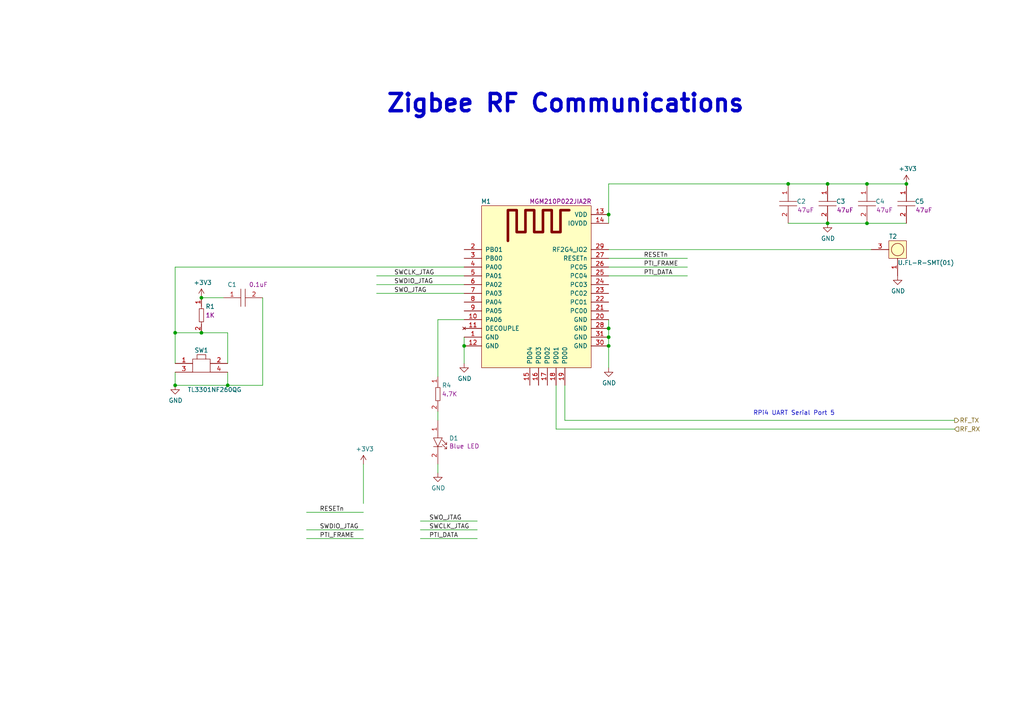
<source format=kicad_sch>
(kicad_sch (version 20231120) (generator "eeschema") (generator_version "8.0")
  (paper "A4")
  (lib_symbols
    (symbol "agricoltura-madre-rpi4-hat-rescue:+3.3V-power" (power) (pin_names (offset 0))
      (property "Value" "power_+3.3V" (at 0 3.556 0))
      (symbol "+3.3V-power_0_1"
        (polyline (pts (xy -0.762 1.27) (xy 0 2.54)))
        (polyline (pts (xy 0 0) (xy 0 2.54)))
        (polyline (pts (xy 0 2.54) (xy 0.762 1.27)))
      )
      (symbol "+3.3V-power_1_1"
        (pin power_in line (at 0 0 90) (length 0) hide (name "+3V3") (number "1"))
      )
    )
    (symbol "agricoltura-madre-rpi4-hat-rescue:GND-power" (power) (pin_names (offset 0))
      (property "Value" "power_GND" (at 0 -3.81 0))
      (symbol "GND-power_0_1"
        (polyline (pts (xy 0 0) (xy 0 -1.27) (xy 1.27 -1.27) (xy 0 -2.54) (xy -1.27 -1.27) (xy 0 -1.27)))
      )
      (symbol "GND-power_1_1"
        (pin power_in line (at 0 0 270) (length 0) hide (name "GND") (number "1"))
      )
    )
    (symbol "agricoltura-madre-rpi4-hat-rescue:GRM155R71E104KE14J-growbox-KiCAD-Capacitors" (pin_names (offset 1.016))
      (property "Reference" "C" (at -2.54 2.54 0))
      (property "_Value_" "0.1uF" (at 58.42 63.5 0))
      (symbol "GRM155R71E104KE14J-growbox-KiCAD-Capacitors_1_1"
        (polyline (pts (xy 0 2.54) (xy 0 -2.54)))
        (polyline (pts (xy 1.27 2.54) (xy 1.27 -2.54)))
        (pin input line (at -5.08 0 0) (length 5.08) (name "~") (number "1"))
        (pin input line (at 6.35 0 180) (length 5.08) (name "~") (number "2"))
      )
    )
    (symbol "agricoltura-madre-rpi4-hat-rescue:GRM188R60J476ME15D-growbox-KiCAD-Capacitors" (pin_names (offset 1.016))
      (property "Reference" "C" (at -2.54 2.54 0))
      (property "_Value_" "47uF" (at 58.42 63.5 0))
      (symbol "GRM188R60J476ME15D-growbox-KiCAD-Capacitors_1_1"
        (polyline (pts (xy 0 2.54) (xy 0 -2.54)))
        (polyline (pts (xy 1.27 2.54) (xy 1.27 -2.54)))
        (pin input line (at -5.08 0 0) (length 5.08) (name "~") (number "1"))
        (pin input line (at 6.35 0 180) (length 5.08) (name "~") (number "2"))
      )
    )
    (symbol "agricoltura-madre-rpi4-hat-rescue:LTST-C194TBKT-growbox-KiCAD-Diodes" (pin_names (offset 1.016))
      (property "Reference" "D" (at -2.54 2.54 0))
      (property "_Value_" "Blue LED" (at 58.42 63.5 0))
      (symbol "LTST-C194TBKT-growbox-KiCAD-Diodes_0_1"
        (polyline (pts (xy -0.635 1.27) (xy 0.635 2.54)))
        (polyline (pts (xy 0.635 2.54) (xy 0 2.54)))
        (polyline (pts (xy 0.635 2.54) (xy 0.635 1.905)))
        (polyline (pts (xy 1.27 -1.27) (xy 1.27 1.27)))
        (polyline (pts (xy 1.905 2.54) (xy 1.905 1.905)))
        (polyline (pts (xy 0.635 1.27) (xy 1.905 2.54) (xy 1.27 2.54)))
        (polyline (pts (xy -1.27 1.27) (xy -1.27 -1.27) (xy 1.27 0) (xy -1.27 1.27)))
      )
      (symbol "LTST-C194TBKT-growbox-KiCAD-Diodes_1_1"
        (pin passive line (at -6.35 0 0) (length 5.08) (name "~") (number "1"))
        (pin passive line (at 6.35 0 180) (length 5.08) (name "~") (number "2"))
      )
    )
    (symbol "agricoltura-madre-rpi4-hat-rescue:MGM210P022JIA2R-growbox-KiCAD-Modules" (pin_names (offset 1.016))
      (property "Reference" "M" (at 1.27 1.27 0))
      (property "_Value_" "MGM210P022JIA2R" (at 58.42 63.5 0))
      (symbol "MGM210P022JIA2R-growbox-KiCAD-Modules_1_1"
        (polyline (pts (xy 7.62 -10.16) (xy 7.62 -1.27) (xy 10.16 -1.27) (xy 10.16 -7.62) (xy 12.7 -7.62) (xy 12.7 -1.27) (xy 15.24 -1.27) (xy 15.24 -7.62) (xy 17.78 -7.62) (xy 17.78 -1.27) (xy 20.32 -1.27) (xy 20.32 -7.62) (xy 22.86 -7.62) (xy 22.86 -1.27) (xy 25.4 -1.27)) (stroke (width 0.762)))
        (rectangle (start 0 0) (end 31.75 -46.99) (fill (type background)))
        (pin passive line (at -5.08 -38.1 0) (length 5.08) (name "GND") (number "1"))
        (pin bidirectional line (at -5.08 -33.02 0) (length 5.08) (name "PA06") (number "10"))
        (pin no_connect line (at -5.08 -35.56 0) (length 5.08) (name "DECOUPLE") (number "11"))
        (pin passive line (at -5.08 -40.64 0) (length 5.08) (name "GND") (number "12"))
        (pin power_in line (at 36.83 -2.54 180) (length 5.08) (name "VDD") (number "13"))
        (pin power_in line (at 36.83 -5.08 180) (length 5.08) (name "IOVDD") (number "14"))
        (pin bidirectional line (at 13.97 -52.07 90) (length 5.08) (name "PD04") (number "15"))
        (pin bidirectional line (at 16.51 -52.07 90) (length 5.08) (name "PD03") (number "16"))
        (pin bidirectional line (at 19.05 -52.07 90) (length 5.08) (name "PD02") (number "17"))
        (pin bidirectional line (at 21.59 -52.07 90) (length 5.08) (name "PD01") (number "18"))
        (pin bidirectional line (at 24.13 -52.07 90) (length 5.08) (name "PD00") (number "19"))
        (pin bidirectional line (at -5.08 -12.7 0) (length 5.08) (name "PB01") (number "2"))
        (pin bidirectional line (at 36.83 -33.02 180) (length 5.08) (name "GND") (number "20"))
        (pin bidirectional line (at 36.83 -30.48 180) (length 5.08) (name "PC00") (number "21"))
        (pin bidirectional line (at 36.83 -27.94 180) (length 5.08) (name "PC01") (number "22"))
        (pin bidirectional line (at 36.83 -25.4 180) (length 5.08) (name "PC02") (number "23"))
        (pin bidirectional line (at 36.83 -22.86 180) (length 5.08) (name "PC03") (number "24"))
        (pin bidirectional line (at 36.83 -20.32 180) (length 5.08) (name "PC04") (number "25"))
        (pin bidirectional line (at 36.83 -17.78 180) (length 5.08) (name "PC05") (number "26"))
        (pin input line (at 36.83 -15.24 180) (length 5.08) (name "RESETn") (number "27"))
        (pin passive line (at 36.83 -35.56 180) (length 5.08) (name "GND") (number "28"))
        (pin bidirectional line (at 36.83 -12.7 180) (length 5.08) (name "RF2G4_IO2") (number "29"))
        (pin bidirectional line (at -5.08 -15.24 0) (length 5.08) (name "PB00") (number "3"))
        (pin passive line (at 36.83 -40.64 180) (length 5.08) (name "GND") (number "30"))
        (pin passive line (at 36.83 -38.1 180) (length 5.08) (name "GND") (number "31"))
        (pin bidirectional line (at -5.08 -17.78 0) (length 5.08) (name "PA00") (number "4"))
        (pin bidirectional line (at -5.08 -20.32 0) (length 5.08) (name "PA01") (number "5"))
        (pin bidirectional line (at -5.08 -22.86 0) (length 5.08) (name "PA02") (number "6"))
        (pin bidirectional line (at -5.08 -25.4 0) (length 5.08) (name "PA03") (number "7"))
        (pin bidirectional line (at -5.08 -27.94 0) (length 5.08) (name "PA04") (number "8"))
        (pin bidirectional line (at -5.08 -30.48 0) (length 5.08) (name "PA05") (number "9"))
      )
    )
    (symbol "agricoltura-madre-rpi4-hat-rescue:RC0402FR-071KL-growbox-KiCAD-Resistors" (pin_names (offset 1.016))
      (property "Reference" "R" (at -2.54 2.54 0))
      (property "Value" "growbox-KiCAD-Resistors_RC0402FR-071KL" (at 1.27 5.08 0))
      (property "_Value_" "1K" (at 58.42 63.5 0))
      (symbol "RC0402FR-071KL-growbox-KiCAD-Resistors_0_1"
        (rectangle (start -1.905 0.635) (end 1.905 -0.635))
        (polyline (pts (xy -2.54 0) (xy -1.905 0)))
        (polyline (pts (xy -1.905 0) (xy -1.905 0)))
        (polyline (pts (xy 1.905 0) (xy 1.905 0)))
        (polyline (pts (xy 2.54 0) (xy 1.905 0)))
      )
      (symbol "RC0402FR-071KL-growbox-KiCAD-Resistors_1_1"
        (pin passive line (at -5.08 0 0) (length 2.5146) (name "~") (number "1"))
        (pin passive line (at 5.08 0 180) (length 2.5146) (name "~") (number "2"))
      )
    )
    (symbol "agricoltura-madre-rpi4-hat-rescue:RC0402FR-074K7L-growbox-KiCAD-Resistors" (pin_names (offset 1.016))
      (property "Reference" "R" (at -2.54 2.54 0))
      (property "Value" "growbox-KiCAD-Resistors_RC0402FR-074K7L" (at 1.27 5.08 0))
      (property "_Value_" "4.7K" (at 58.42 63.5 0))
      (symbol "RC0402FR-074K7L-growbox-KiCAD-Resistors_0_1"
        (rectangle (start -1.905 0.635) (end 1.905 -0.635))
        (polyline (pts (xy -2.54 0) (xy -1.905 0)))
        (polyline (pts (xy -1.905 0) (xy -1.905 0)))
        (polyline (pts (xy 1.905 0) (xy 1.905 0)))
        (polyline (pts (xy 2.54 0) (xy 1.905 0)))
      )
      (symbol "RC0402FR-074K7L-growbox-KiCAD-Resistors_1_1"
        (pin passive line (at -5.08 0 0) (length 2.5146) (name "~") (number "1"))
        (pin passive line (at 5.08 0 180) (length 2.5146) (name "~") (number "2"))
      )
    )
    (symbol "agricoltura-madre-rpi4-hat-rescue:TL3301NF260QG-growbox-KiCAD-Mechanical-Switches" (pin_names (offset 1.016))
      (property "Reference" "SW" (at -2.54 2.54 0))
      (property "Value" "growbox-KiCAD-Mechanical-Switches_TL3301NF260QG" (at 1.27 5.08 0))
      (symbol "TL3301NF260QG-growbox-KiCAD-Mechanical-Switches_0_1"
        (rectangle (start -2.54 1.27) (end 2.54 -2.54))
      )
      (symbol "TL3301NF260QG-growbox-KiCAD-Mechanical-Switches_1_1"
        (polyline (pts (xy -1.27 1.27) (xy -1.27 2.54) (xy 1.27 2.54) (xy 1.27 1.27)))
        (pin passive line (at -7.62 0 0) (length 5.08) (name "~") (number "1"))
        (pin passive line (at 7.62 0 180) (length 5.08) (name "~") (number "2"))
        (pin passive line (at -7.62 -2.54 0) (length 5.08) (name "~") (number "3"))
        (pin passive line (at 7.62 -2.54 180) (length 5.08) (name "~") (number "4"))
      )
    )
    (symbol "agricoltura-madre-rpi4-hat-rescue:U.FL-R-SMT(01)-growbox-KiCAD-Connectors" (pin_names (offset 1.016))
      (property "Reference" "T" (at -2.54 2.54 0))
      (property "Value" "growbox-KiCAD-Connectors_U.FL-R-SMT(01)" (at 1.27 5.08 0))
      (symbol "U.FL-R-SMT(01)-growbox-KiCAD-Connectors_0_1"
        (rectangle (start 0 0) (end 5.08 -5.08) (fill (type background)))
        (circle (center 2.54 -2.54) (radius 1.8034))
      )
      (symbol "U.FL-R-SMT(01)-growbox-KiCAD-Connectors_1_1"
        (pin passive line (at 2.54 -10.16 90) (length 5.08) (name "~") (number "1"))
        (pin input line (at -5.08 -2.54 0) (length 5.08) (name "~") (number "3"))
      )
    )
  )
  (junction (at 228.6 53.34))
  (junction (at 262.89 53.34))
  (junction (at 176.53 100.33))
  (junction (at 58.42 96.52))
  (junction (at 251.46 53.34))
  (junction (at 240.03 64.77))
  (junction (at 240.03 53.34))
  (junction (at 251.46 64.77))
  (junction (at 58.42 86.36))
  (junction (at 176.53 95.25))
  (junction (at 50.8 96.52))
  (junction (at 176.53 97.79))
  (junction (at 134.62 100.33))
  (junction (at 50.8 111.76))
  (junction (at 66.04 111.76))
  (junction (at 176.53 62.23))
  (wire (pts (xy 127 92.71) (xy 127 109.22)))
  (wire (pts (xy 134.62 92.71) (xy 127 92.71)))
  (wire (pts (xy 50.8 111.76) (xy 66.04 111.76)))
  (wire (pts (xy 176.53 74.93) (xy 199.39 74.93)))
  (wire (pts (xy 76.2 111.76) (xy 66.04 111.76)))
  (wire (pts (xy 105.41 153.67) (xy 88.9 153.67)))
  (wire (pts (xy 134.62 80.01) (xy 109.22 80.01)))
  (wire (pts (xy 105.41 148.59) (xy 88.9 148.59)))
  (wire (pts (xy 161.29 124.46) (xy 161.29 111.76)))
  (wire (pts (xy 176.53 53.34) (xy 176.53 62.23)))
  (wire (pts (xy 163.83 121.92) (xy 276.86 121.92)))
  (wire (pts (xy 138.43 156.21) (xy 121.92 156.21)))
  (wire (pts (xy 138.43 151.13) (xy 121.92 151.13)))
  (wire (pts (xy 127 119.38) (xy 127 121.92)))
  (wire (pts (xy 276.86 124.46) (xy 161.29 124.46)))
  (wire (pts (xy 176.53 95.25) (xy 176.53 97.79)))
  (wire (pts (xy 228.6 64.77) (xy 240.03 64.77)))
  (wire (pts (xy 50.8 77.47) (xy 50.8 96.52)))
  (wire (pts (xy 134.62 100.33) (xy 134.62 105.41)))
  (wire (pts (xy 66.04 105.41) (xy 66.04 96.52)))
  (wire (pts (xy 240.03 53.34) (xy 228.6 53.34)))
  (wire (pts (xy 176.53 100.33) (xy 176.53 106.68)))
  (wire (pts (xy 121.92 153.67) (xy 138.43 153.67)))
  (wire (pts (xy 64.77 86.36) (xy 58.42 86.36)))
  (wire (pts (xy 134.62 82.55) (xy 109.22 82.55)))
  (wire (pts (xy 176.53 62.23) (xy 176.53 64.77)))
  (wire (pts (xy 127 137.16) (xy 127 134.62)))
  (wire (pts (xy 176.53 80.01) (xy 199.39 80.01)))
  (wire (pts (xy 105.41 156.21) (xy 88.9 156.21)))
  (wire (pts (xy 105.41 146.05) (xy 105.41 134.62)))
  (wire (pts (xy 251.46 64.77) (xy 262.89 64.77)))
  (wire (pts (xy 176.53 72.39) (xy 252.73 72.39)))
  (wire (pts (xy 134.62 97.79) (xy 134.62 100.33)))
  (wire (pts (xy 240.03 64.77) (xy 251.46 64.77)))
  (wire (pts (xy 76.2 86.36) (xy 76.2 111.76)))
  (wire (pts (xy 228.6 53.34) (xy 176.53 53.34)))
  (wire (pts (xy 50.8 96.52) (xy 50.8 105.41)))
  (wire (pts (xy 176.53 97.79) (xy 176.53 100.33)))
  (wire (pts (xy 66.04 96.52) (xy 58.42 96.52)))
  (wire (pts (xy 262.89 53.34) (xy 251.46 53.34)))
  (wire (pts (xy 176.53 92.71) (xy 176.53 95.25)))
  (wire (pts (xy 134.62 85.09) (xy 109.22 85.09)))
  (wire (pts (xy 134.62 77.47) (xy 50.8 77.47)))
  (wire (pts (xy 58.42 96.52) (xy 50.8 96.52)))
  (wire (pts (xy 176.53 77.47) (xy 199.39 77.47)))
  (wire (pts (xy 50.8 107.95) (xy 50.8 111.76)))
  (wire (pts (xy 251.46 53.34) (xy 240.03 53.34)))
  (wire (pts (xy 163.83 111.76) (xy 163.83 121.92)))
  (wire (pts (xy 66.04 111.76) (xy 66.04 107.95)))
  (text "Zigbee RF Communications " (at 111.76 33.02 0) (effects (font (size 5.0038 5.0038) (thickness 1.0008) (bold yes)) (justify left bottom)))
  (text "RPi4 UART Serial Port 5" (at 218.44 120.65 0) (effects (font (size 1.27 1.27)) (justify left bottom)))
  (label "PTI_DATA" (at 186.69 80.01 0))
  (label "SWO_JTAG" (at 114.3 85.09 0))
  (label "SWDIO_JTAG" (at 114.3 82.55 0))
  (label "PTI_FRAME" (at 92.71 156.21 0))
  (label "SWO_JTAG" (at 124.46 151.13 0))
  (label "SWCLK_JTAG" (at 124.46 153.67 0))
  (label "SWCLK_JTAG" (at 114.3 80.01 0))
  (label "SWDIO_JTAG" (at 92.71 153.67 0))
  (label "PTI_FRAME" (at 186.69 77.47 0))
  (label "PTI_DATA" (at 124.46 156.21 0))
  (label "RESETn" (at 92.71 148.59 0))
  (label "RESETn" (at 186.69 74.93 0))
  (hierarchical_label "RF_TX" (shape output) (at 276.86 121.92 0))
  (hierarchical_label "RF_RX" (shape input) (at 276.86 124.46 0))
  (symbol (lib_id "agricoltura-madre-rpi4-hat-rescue:MGM210P022JIA2R-growbox-KiCAD-Modules") (at 139.7 59.69 0) (unit 1)
    (property "Reference" "M1" (at 140.97 58.42 0))
    (property "Value" "MGM210P022JIA2R" (effects (hide yes)))
    (property "Footprint" "growbox-KiCAD-Modules:MGM210P022JIA2R" (effects (hide yes)))
    (property "Datasheet" "https://www.silabs.com/documents/public/data-sheets/mgm210p-datasheet.pdf" (effects (hide yes)))
    (property "Cost QTY: 1" "*" (effects (hide yes)))
    (property "Cost QTY: 1000" "6.89302" (effects (hide yes)))
    (property "Cost QTY: 2500" "*" (effects (hide yes)))
    (property "Cost QTY: 5000" "*" (effects (hide yes)))
    (property "Cost QTY: 10000" "*" (effects (hide yes)))
    (property "MFR" "Silicon Labs" (effects (hide yes)))
    (property "MFR#" "MGM210P022JIA2R" (effects (hide yes)))
    (property "Vendor" "Digikey" (effects (hide yes)))
    (property "Vendor #" "336-6189-2-ND" (effects (hide yes)))
    (property "Designer" "AVR" (effects (hide yes)))
    (property "Height" "2.15mm" (effects (hide yes)))
    (property "Date Created" "2/26/2020" (effects (hide yes)))
    (property "Date Modified" "2/26/2020" (effects (hide yes)))
    (property "Lead-Free ?" "yes" (effects (hide yes)))
    (property "RoHS Levels" "1" (effects (hide yes)))
    (property "Mounting" "SMT" (effects (hide yes)))
    (property "Pin Count #" "31" (effects (hide yes)))
    (property "Status" "Active" (effects (hide yes)))
    (property "Tolerance" "*" (effects (hide yes)))
    (property "Type" "RF System On Module" (effects (hide yes)))
    (property "Voltage" "1.8V-3.8V" (effects (hide yes)))
    (property "Package" "Proprietary" (effects (hide yes)))
    (property "Description" "802.15.4, Bluetooth Bluetooth v5.1, Thread, Zigbee® Transceiver Module 2.4GHz ~ 2.4835GHz Integrated, Chip Surface Mount" (effects (hide yes)))
    (property "_Value_" "MGM210P022JIA2R" (at 162.56 58.42 0))
    (property "Management_ID" "*" (effects (hide yes)))
    (instances (project "agricoltura-madre-rpi4-hat" (path "" (reference "M1") (unit 1)) (path "" (reference "M?") (unit 1))))
  )
  (symbol (lib_id "agricoltura-madre-rpi4-hat-rescue:U.FL-R-SMT(01)-growbox-KiCAD-Connectors") (at 257.81 69.85 0) (unit 1)
    (property "Reference" "T2" (at 257.81 68.58 0) (effects (justify left)))
    (property "Value" "U.FL-R-SMT(01)" (at 260.35 76.2 0) (effects (justify left)))
    (property "Footprint" "growbox-KiCAD-Connectors:HRS_U.FL-R-SMT" (effects (hide yes)))
    (property "Datasheet" "https://media.digikey.com/pdf/Data%20Sheets/Hirose%20PDFs/UFL%20Series.pdf" (effects (hide yes)))
    (property "Cost QTY: 1" "1.28000" (effects (hide yes)))
    (property "Cost QTY: 2500" "0.63800" (effects (hide yes)))
    (property "Cost QTY: 5000" "0.57400" (effects (hide yes)))
    (property "Cost QTY: 10000" "*" (effects (hide yes)))
    (property "MFR" "Hirose Electric Co Ltd" (effects (hide yes)))
    (property "MFR#" "U.FL-R-SMT(01)" (effects (hide yes)))
    (property "Vendor" "Digikey" (effects (hide yes)))
    (property "Vendor #" "H9161-ND" (effects (hide yes)))
    (property "Designer" "AVR" (effects (hide yes)))
    (property "Height" "1.25mm" (effects (hide yes)))
    (property "Date Created" "3/6/2019" (effects (hide yes)))
    (property "Date Modified" "3/6/2019" (effects (hide yes)))
    (property "Lead-Free ?" "Yes" (effects (hide yes)))
    (property "RoHS Levels" "1" (effects (hide yes)))
    (property "Mounting" "SMT" (effects (hide yes)))
    (property "Pin Count #" "3" (effects (hide yes)))
    (property "Status" "Active" (effects (hide yes)))
    (property "Tolerance" "*" (effects (hide yes)))
    (property "Type" "UFL Connector" (effects (hide yes)))
    (property "Voltage" "3.3V" (effects (hide yes)))
    (property "Package" "*" (effects (hide yes)))
    (property "Description" "U.FL (UMCC) Connector Receptacle, Male Pin 50Ohm Surface Mount Solder" (effects (hide yes)))
    (property "_Value_" "U.FL-R-SMT(01)" (effects (hide yes)))
    (property "Management_ID" "*" (effects (hide yes)))
    (instances (project "agricoltura-madre-rpi4-hat" (path "" (reference "T2") (unit 1)) (path "" (reference "T?") (unit 1))))
  )
  (symbol (lib_id "agricoltura-madre-rpi4-hat-rescue:TL3301NF260QG-growbox-KiCAD-Mechanical-Switches") (at 58.42 105.41 0) (unit 1)
    (property "Reference" "SW1" (at 58.42 101.6 0))
    (property "Value" "TL3301NF260QG" (at 62.23 113.03 0))
    (property "Footprint" "growbox-KiCAD-Mechanical-Switches:TL3301NF260QG" (effects (hide yes)))
    (property "Datasheet" "http://spec_sheets.e-switch.com/specs/P010517.pdf" (effects (hide yes)))
    (property "Cost QTY: 1" "0.38000" (effects (hide yes)))
    (property "Cost QTY: 1000" "*" (effects (hide yes)))
    (property "Cost QTY: 2500" "*" (effects (hide yes)))
    (property "Cost QTY: 5000" "*" (effects (hide yes)))
    (property "Cost QTY: 10000" "*" (effects (hide yes)))
    (property "MFR" "E-Switch" (effects (hide yes)))
    (property "MFR#" "TL3301NF260QG" (effects (hide yes)))
    (property "Vendor" "Digikey" (effects (hide yes)))
    (property "Vendor #" "EG1868TR-ND" (effects (hide yes)))
    (property "Designer" "AVR" (effects (hide yes)))
    (property "Height" "4.4mm" (effects (hide yes)))
    (property "Date Created" "2/28/2020" (effects (hide yes)))
    (property "Date Modified" "2/28/2020" (effects (hide yes)))
    (property "Lead-Free ?" "Yes" (effects (hide yes)))
    (property "RoHS Levels" "1" (effects (hide yes)))
    (property "Mounting" "SMT" (effects (hide yes)))
    (property "Pin Count #" "4" (effects (hide yes)))
    (property "Status" "Active" (effects (hide yes)))
    (property "Tolerance" "*" (effects (hide yes)))
    (property "Type" "Mechanical Momentary Switch " (effects (hide yes)))
    (property "Voltage" "12VDC" (effects (hide yes)))
    (property "Package" "Proprietary" (effects (hide yes)))
    (property "Description" "Tactile Switch SPST-NO Top Actuated Surface Mount" (effects (hide yes)))
    (property "_Value_" "TL3301NF260QG" (effects (hide yes)))
    (property "Management_ID" "*" (effects (hide yes)))
    (instances (project "agricoltura-madre-rpi4-hat" (path "" (reference "SW1") (unit 1)) (path "" (reference "SW?") (unit 1))))
  )
  (symbol (lib_id "agricoltura-madre-rpi4-hat-rescue:GRM155R71E104KE14J-growbox-KiCAD-Capacitors") (at 69.85 86.36 0) (unit 1)
    (property "Reference" "C1" (at 67.31 82.55 0))
    (property "Value" "GRM155R71E104KE14J" (effects (hide yes)))
    (property "Footprint" "growbox-KiCAD-Capacitors:C0402" (effects (hide yes)))
    (property "Datasheet" "https://search.murata.co.jp/Ceramy/image/img/A01X/G101/ENG/GRM155R71E104KE14-01.pdf" (effects (hide yes)))
    (property "Cost QTY: 1" "0.10000" (effects (hide yes)))
    (property "Cost QTY: 1000" "0.00941" (effects (hide yes)))
    (property "Cost QTY: 2500" "0.00855" (effects (hide yes)))
    (property "Cost QTY: 5000" "0.00787" (effects (hide yes)))
    (property "Cost QTY: 10000" "*" (effects (hide yes)))
    (property "MFR" "Murata Electronics" (effects (hide yes)))
    (property "MFR#" "GRM155R71E104KE14J" (effects (hide yes)))
    (property "Vendor" "Digikey" (effects (hide yes)))
    (property "Vendor #" "490-14603-1-ND" (effects (hide yes)))
    (property "Designer" "AVR" (effects (hide yes)))
    (property "Height" "0.55mm" (effects (hide yes)))
    (property "Date Created" "2/28/2020" (effects (hide yes)))
    (property "Date Modified" "2/28/2020" (effects (hide yes)))
    (property "Lead-Free ?" "Yes" (effects (hide yes)))
    (property "RoHS Levels" "1" (effects (hide yes)))
    (property "Mounting" "SMT" (effects (hide yes)))
    (property "Pin Count #" "2" (effects (hide yes)))
    (property "Status" "Active" (effects (hide yes)))
    (property "Tolerance" "10%" (effects (hide yes)))
    (property "Type" "Ceramic Cap" (effects (hide yes)))
    (property "Voltage" "25V" (effects (hide yes)))
    (property "Package" "0402" (effects (hide yes)))
    (property "Description" "0.1µF ±10% 25V Ceramic Capacitor X7R 0402 (1005 Metric)" (effects (hide yes)))
    (property "_Value_" "0.1uF" (at 74.93 82.55 0))
    (property "Management_ID" "*" (effects (hide yes)))
    (instances (project "agricoltura-madre-rpi4-hat" (path "" (reference "C1") (unit 1)) (path "" (reference "C?") (unit 1))))
  )
  (symbol (lib_id "agricoltura-madre-rpi4-hat-rescue:GRM188R60J476ME15D-growbox-KiCAD-Capacitors") (at 228.6 58.42 270) (unit 1)
    (property "Reference" "C2" (at 232.41 58.42 90))
    (property "Value" "GRM188R60J476ME15D" (effects (hide yes)))
    (property "Footprint" "growbox-KiCAD-Capacitors:C0603" (effects (hide yes)))
    (property "Datasheet" "https://psearch.en.murata.com/capacitor/product/GRM188R60J476ME15%23.pdf" (effects (hide yes)))
    (property "Cost QTY: 1" "0.66000" (effects (hide yes)))
    (property "Cost QTY: 1000" "0.19463" (effects (hide yes)))
    (property "Cost QTY: 2500" "*" (effects (hide yes)))
    (property "Cost QTY: 5000" "0.13575" (effects (hide yes)))
    (property "Cost QTY: 10000" "0.12670" (effects (hide yes)))
    (property "MFR" "Murata Electronics" (effects (hide yes)))
    (property "MFR#" "GRM188R60J476ME15D" (effects (hide yes)))
    (property "Vendor" "Digikey" (effects (hide yes)))
    (property "Vendor #" "490-13247-6-ND" (effects (hide yes)))
    (property "Designer" "AVR" (effects (hide yes)))
    (property "Height" "1" (effects (hide yes)))
    (property "Date Created" "2/28/2020" (effects (hide yes)))
    (property "Date Modified" "2/28/2020" (effects (hide yes)))
    (property "Lead-Free ?" "Yes" (effects (hide yes)))
    (property "RoHS Levels" "1" (effects (hide yes)))
    (property "Mounting" "SMT" (effects (hide yes)))
    (property "Pin Count #" "2" (effects (hide yes)))
    (property "Status" "*" (effects (hide yes)))
    (property "Tolerance" "20%" (effects (hide yes)))
    (property "Type" "Ceramic Cap" (effects (hide yes)))
    (property "Voltage" "6.3V" (effects (hide yes)))
    (property "Package" "0603" (effects (hide yes)))
    (property "Description" "47µF ±20% 6.3V Ceramic Capacitor X5R 0603 (1608 Metric)" (effects (hide yes)))
    (property "_Value_" "47uF" (at 233.68 60.96 90))
    (property "Management_ID" "*" (effects (hide yes)))
    (instances (project "agricoltura-madre-rpi4-hat" (path "" (reference "C2") (unit 1)) (path "" (reference "C?") (unit 1))))
  )
  (symbol (lib_id "agricoltura-madre-rpi4-hat-rescue:RC0402FR-074K7L-growbox-KiCAD-Resistors") (at 127 114.3 270) (unit 1)
    (property "Reference" "R4" (at 129.54 111.76 90))
    (property "Value" "RC0402FR-074K7L" (effects (hide yes)))
    (property "Footprint" "growbox-KiCAD-Resistors:R0402" (effects (hide yes)))
    (property "Datasheet" "https://www.yageo.com/upload/media/product/productsearch/datasheet/rchip/PYu-RC_Group_51_RoHS_L_10.pdf" (effects (hide yes)))
    (property "Cost QTY: 1" "0.10000" (effects (hide yes)))
    (property "Cost QTY: 1000" "0.00289" (effects (hide yes)))
    (property "Cost QTY: 2500" "0.00251" (effects (hide yes)))
    (property "Cost QTY: 5000" "0.00207" (effects (hide yes)))
    (property "Cost QTY: 10000" "0.00163" (effects (hide yes)))
    (property "MFR" "Yageo" (effects (hide yes)))
    (property "MFR#" "RC0402FR-074K7L" (effects (hide yes)))
    (property "Vendor" "Digikey" (effects (hide yes)))
    (property "Vendor #" "311-4.7KLRCT-ND" (effects (hide yes)))
    (property "Designer" "AVR" (effects (hide yes)))
    (property "Height" "0.4mm" (effects (hide yes)))
    (property "Date Created" "12/11/2019" (effects (hide yes)))
    (property "Date Modified" "12/11/2019" (effects (hide yes)))
    (property "Lead-Free ?" "Yes" (effects (hide yes)))
    (property "RoHS Levels" "1" (effects (hide yes)))
    (property "Mounting" "SMT" (effects (hide yes)))
    (property "Pin Count #" "2" (effects (hide yes)))
    (property "Status" "Active" (effects (hide yes)))
    (property "Tolerance" "1%" (effects (hide yes)))
    (property "Type" "Thick Film Resistor" (effects (hide yes)))
    (property "Voltage" "*" (effects (hide yes)))
    (property "Package" "0402" (effects (hide yes)))
    (property "_Value_" "4.7K" (at 130.4036 114.3 90))
    (property "Management_ID" "*" (effects (hide yes)))
    (property "Description" "4.7 kOhms ±1% 0.063W, 1/16W Chip Resistor 0402 (1005 Metric) Moisture Resistant Thick Film" (effects (hide yes)))
    (instances (project "agricoltura-madre-rpi4-hat" (path "" (reference "R4") (unit 1)) (path "" (reference "R?") (unit 1))))
  )
  (symbol (lib_id "agricoltura-madre-rpi4-hat-rescue:RC0402FR-071KL-growbox-KiCAD-Resistors") (at 58.42 91.44 270) (unit 1)
    (property "Reference" "R1" (at 60.96 88.9 90))
    (property "Value" "RC0402FR-071KL" (effects (hide yes)))
    (property "Footprint" "AVR-KiCAD-Lib-Resistors:R0402" (effects (hide yes)))
    (property "Datasheet" "https://www.yageo.com/upload/media/product/productsearch/datasheet/rchip/PYu-RC_Group_51_RoHS_L_10.pdf" (effects (hide yes)))
    (property "Cost QTY: 1" "0.10000" (effects (hide yes)))
    (property "Cost QTY: 1000" "0.00289" (effects (hide yes)))
    (property "Cost QTY: 2500" "0.00251" (effects (hide yes)))
    (property "Cost QTY: 5000" "0.00207" (effects (hide yes)))
    (property "Cost QTY: 10000" "0.00163" (effects (hide yes)))
    (property "MFR" "Yageo" (effects (hide yes)))
    (property "MFR#" "RC0402FR-071KL" (effects (hide yes)))
    (property "Vendor" "Digikey" (effects (hide yes)))
    (property "Vendor #" "311-1.00KLRTR-ND" (effects (hide yes)))
    (property "Designer" "AVR" (effects (hide yes)))
    (property "Height" "0.4mm" (effects (hide yes)))
    (property "Date Created" "12/11/2019" (effects (hide yes)))
    (property "Date Modified" "12/11/2019" (effects (hide yes)))
    (property "Lead-Free ?" "Yes" (effects (hide yes)))
    (property "RoHS Levels" "1" (effects (hide yes)))
    (property "Mounting" "SMT" (effects (hide yes)))
    (property "Pin Count #" "2" (effects (hide yes)))
    (property "Status" "Active" (effects (hide yes)))
    (property "Tolerance" "1%" (effects (hide yes)))
    (property "Type" "Thick Film Resistor" (effects (hide yes)))
    (property "Voltage" "*" (effects (hide yes)))
    (property "Package" "0402" (effects (hide yes)))
    (property "_Value_" "1K" (at 60.96 91.44 90))
    (property "Management_ID" "*" (effects (hide yes)))
    (property "Description" " kOhms ±1% 0.063W, 1/16W Chip Resistor 0402 (1005 Metric) Moisture Resistant Thick Film" (effects (hide yes)))
    (instances (project "agricoltura-madre-rpi4-hat" (path "" (reference "R1") (unit 1)) (path "" (reference "R?") (unit 1))))
  )
  (symbol (lib_id "agricoltura-madre-rpi4-hat-rescue:GRM188R60J476ME15D-growbox-KiCAD-Capacitors") (at 240.03 58.42 270) (unit 1)
    (property "Reference" "C3" (at 243.84 58.42 90))
    (property "Value" "GRM188R60J476ME15D" (effects (hide yes)))
    (property "Footprint" "growbox-KiCAD-Capacitors:C0603" (effects (hide yes)))
    (property "Datasheet" "https://psearch.en.murata.com/capacitor/product/GRM188R60J476ME15%23.pdf" (effects (hide yes)))
    (property "Cost QTY: 1" "0.66000" (effects (hide yes)))
    (property "Cost QTY: 1000" "0.19463" (effects (hide yes)))
    (property "Cost QTY: 2500" "*" (effects (hide yes)))
    (property "Cost QTY: 5000" "0.13575" (effects (hide yes)))
    (property "Cost QTY: 10000" "0.12670" (effects (hide yes)))
    (property "MFR" "Murata Electronics" (effects (hide yes)))
    (property "MFR#" "GRM188R60J476ME15D" (effects (hide yes)))
    (property "Vendor" "Digikey" (effects (hide yes)))
    (property "Vendor #" "490-13247-6-ND" (effects (hide yes)))
    (property "Designer" "AVR" (effects (hide yes)))
    (property "Height" "1" (effects (hide yes)))
    (property "Date Created" "2/28/2020" (effects (hide yes)))
    (property "Date Modified" "2/28/2020" (effects (hide yes)))
    (property "Lead-Free ?" "Yes" (effects (hide yes)))
    (property "RoHS Levels" "1" (effects (hide yes)))
    (property "Mounting" "SMT" (effects (hide yes)))
    (property "Pin Count #" "2" (effects (hide yes)))
    (property "Status" "*" (effects (hide yes)))
    (property "Tolerance" "20%" (effects (hide yes)))
    (property "Type" "Ceramic Cap" (effects (hide yes)))
    (property "Voltage" "6.3V" (effects (hide yes)))
    (property "Package" "0603" (effects (hide yes)))
    (property "Description" "47µF ±20% 6.3V Ceramic Capacitor X5R 0603 (1608 Metric)" (effects (hide yes)))
    (property "_Value_" "47uF" (at 245.11 60.96 90))
    (property "Management_ID" "*" (effects (hide yes)))
    (instances (project "agricoltura-madre-rpi4-hat" (path "" (reference "C3") (unit 1)) (path "" (reference "C?") (unit 1))))
  )
  (symbol (lib_id "agricoltura-madre-rpi4-hat-rescue:GRM188R60J476ME15D-growbox-KiCAD-Capacitors") (at 251.46 58.42 270) (unit 1)
    (property "Reference" "C4" (at 255.27 58.42 90))
    (property "Value" "GRM188R60J476ME15D" (effects (hide yes)))
    (property "Footprint" "growbox-KiCAD-Capacitors:C0603" (effects (hide yes)))
    (property "Datasheet" "https://psearch.en.murata.com/capacitor/product/GRM188R60J476ME15%23.pdf" (effects (hide yes)))
    (property "Cost QTY: 1" "0.66000" (effects (hide yes)))
    (property "Cost QTY: 1000" "0.19463" (effects (hide yes)))
    (property "Cost QTY: 2500" "*" (effects (hide yes)))
    (property "Cost QTY: 5000" "0.13575" (effects (hide yes)))
    (property "Cost QTY: 10000" "0.12670" (effects (hide yes)))
    (property "MFR" "Murata Electronics" (effects (hide yes)))
    (property "MFR#" "GRM188R60J476ME15D" (effects (hide yes)))
    (property "Vendor" "Digikey" (effects (hide yes)))
    (property "Vendor #" "490-13247-6-ND" (effects (hide yes)))
    (property "Designer" "AVR" (effects (hide yes)))
    (property "Height" "1" (effects (hide yes)))
    (property "Date Created" "2/28/2020" (effects (hide yes)))
    (property "Date Modified" "2/28/2020" (effects (hide yes)))
    (property "Lead-Free ?" "Yes" (effects (hide yes)))
    (property "RoHS Levels" "1" (effects (hide yes)))
    (property "Mounting" "SMT" (effects (hide yes)))
    (property "Pin Count #" "2" (effects (hide yes)))
    (property "Status" "*" (effects (hide yes)))
    (property "Tolerance" "20%" (effects (hide yes)))
    (property "Type" "Ceramic Cap" (effects (hide yes)))
    (property "Voltage" "6.3V" (effects (hide yes)))
    (property "Package" "0603" (effects (hide yes)))
    (property "Description" "47µF ±20% 6.3V Ceramic Capacitor X5R 0603 (1608 Metric)" (effects (hide yes)))
    (property "_Value_" "47uF" (at 256.54 60.96 90))
    (property "Management_ID" "*" (effects (hide yes)))
    (instances (project "agricoltura-madre-rpi4-hat" (path "" (reference "C4") (unit 1)) (path "" (reference "C?") (unit 1))))
  )
  (symbol (lib_id "agricoltura-madre-rpi4-hat-rescue:GRM188R60J476ME15D-growbox-KiCAD-Capacitors") (at 262.89 58.42 270) (unit 1)
    (property "Reference" "C5" (at 266.7 58.42 90))
    (property "Value" "GRM188R60J476ME15D" (effects (hide yes)))
    (property "Footprint" "growbox-KiCAD-Capacitors:C0603" (effects (hide yes)))
    (property "Datasheet" "https://psearch.en.murata.com/capacitor/product/GRM188R60J476ME15%23.pdf" (effects (hide yes)))
    (property "Cost QTY: 1" "0.66000" (effects (hide yes)))
    (property "Cost QTY: 1000" "0.19463" (effects (hide yes)))
    (property "Cost QTY: 2500" "*" (effects (hide yes)))
    (property "Cost QTY: 5000" "0.13575" (effects (hide yes)))
    (property "Cost QTY: 10000" "0.12670" (effects (hide yes)))
    (property "MFR" "Murata Electronics" (effects (hide yes)))
    (property "MFR#" "GRM188R60J476ME15D" (effects (hide yes)))
    (property "Vendor" "Digikey" (effects (hide yes)))
    (property "Vendor #" "490-13247-6-ND" (effects (hide yes)))
    (property "Designer" "AVR" (effects (hide yes)))
    (property "Height" "1" (effects (hide yes)))
    (property "Date Created" "2/28/2020" (effects (hide yes)))
    (property "Date Modified" "2/28/2020" (effects (hide yes)))
    (property "Lead-Free ?" "Yes" (effects (hide yes)))
    (property "RoHS Levels" "1" (effects (hide yes)))
    (property "Mounting" "SMT" (effects (hide yes)))
    (property "Pin Count #" "2" (effects (hide yes)))
    (property "Status" "*" (effects (hide yes)))
    (property "Tolerance" "20%" (effects (hide yes)))
    (property "Type" "Ceramic Cap" (effects (hide yes)))
    (property "Voltage" "6.3V" (effects (hide yes)))
    (property "Package" "0603" (effects (hide yes)))
    (property "Description" "47µF ±20% 6.3V Ceramic Capacitor X5R 0603 (1608 Metric)" (effects (hide yes)))
    (property "_Value_" "47uF" (at 267.97 60.96 90))
    (property "Management_ID" "*" (effects (hide yes)))
    (instances (project "agricoltura-madre-rpi4-hat" (path "" (reference "C5") (unit 1)) (path "" (reference "C?") (unit 1))))
  )
  (symbol (lib_id "agricoltura-madre-rpi4-hat-rescue:+3.3V-power") (at 262.89 53.34 0) (unit 1)
    (property "Reference" "#PWR010" (effects (hide yes)))
    (property "Value" "+3V3" (at 263.271 48.9458 0))
  )
  (symbol (lib_id "agricoltura-madre-rpi4-hat-rescue:GND-power") (at 240.03 64.77 0) (unit 1)
    (property "Reference" "#PWR08" (effects (hide yes)))
    (property "Value" "GND" (at 240.157 69.1642 0))
  )
  (symbol (lib_id "agricoltura-madre-rpi4-hat-rescue:GND-power") (at 176.53 106.68 0) (unit 1)
    (property "Reference" "#PWR07" (effects (hide yes)))
    (property "Value" "GND" (at 176.657 111.0742 0))
  )
  (symbol (lib_id "agricoltura-madre-rpi4-hat-rescue:GND-power") (at 134.62 105.41 0) (unit 1)
    (property "Reference" "#PWR06" (effects (hide yes)))
    (property "Value" "GND" (at 134.747 109.8042 0))
  )
  (symbol (lib_id "agricoltura-madre-rpi4-hat-rescue:GND-power") (at 50.8 111.76 0) (unit 1)
    (property "Reference" "#PWR01" (effects (hide yes)))
    (property "Value" "GND" (at 50.927 116.1542 0))
  )
  (symbol (lib_id "agricoltura-madre-rpi4-hat-rescue:LTST-C194TBKT-growbox-KiCAD-Diodes") (at 127 128.27 270) (unit 1)
    (property "Reference" "D1" (at 130.2512 127.1016 90) (effects (justify left)))
    (property "Value" "LTST-C194TBKT" (effects (hide yes)))
    (property "Footprint" "growbox-KiCAD-Diodes:LED0603" (effects (hide yes)))
    (property "Datasheet" "http://optoelectronics.liteon.com/upload/download/DS22-2010-0025/LTST-C194TBKT.PDF" (effects (hide yes)))
    (property "Cost QTY: 1" "0.42000" (effects (hide yes)))
    (property "Cost QTY: 1000" "0.07797" (effects (hide yes)))
    (property "Cost QTY: 2500" "*" (effects (hide yes)))
    (property "Cost QTY: 5000" "0.06102" (effects (hide yes)))
    (property "Cost QTY: 10000" "0.05424" (effects (hide yes)))
    (property "MFR" "Lite-On Inc." (effects (hide yes)))
    (property "MFR#" "LTST-C194TBKT" (effects (hide yes)))
    (property "Vendor" "Digikey" (effects (hide yes)))
    (property "Vendor #" "160-1837-2-ND" (effects (hide yes)))
    (property "Designer" "AVR" (effects (hide yes)))
    (property "Height" "0.45mm" (effects (hide yes)))
    (property "Date Created" "3/1/2020" (effects (hide yes)))
    (property "Date Modified" "3/1/2020" (effects (hide yes)))
    (property "Lead-Free ?" "Yes" (effects (hide yes)))
    (property "RoHS Levels" "1" (effects (hide yes)))
    (property "Mounting" "SMT" (effects (hide yes)))
    (property "Pin Count #" "2" (effects (hide yes)))
    (property "Status" "Active" (effects (hide yes)))
    (property "Tolerance" "*" (effects (hide yes)))
    (property "Type" "Blue LED Colorless" (effects (hide yes)))
    (property "Voltage" "3.3V" (effects (hide yes)))
    (property "Package" "0603" (effects (hide yes)))
    (property "Description" "Blue 468nm LED Indication - Discrete 3.3V 0603 (1608 Metric)" (effects (hide yes)))
    (property "_Value_" "Blue LED" (at 130.2512 129.413 90) (effects (justify left)))
    (property "Management_ID" "*" (effects (hide yes)))
  )
  (symbol (lib_id "agricoltura-madre-rpi4-hat-rescue:GND-power") (at 127 137.16 0) (unit 1)
    (property "Reference" "#PWR05" (effects (hide yes)))
    (property "Value" "GND" (at 127.127 141.5542 0))
  )
  (symbol (lib_id "agricoltura-madre-rpi4-hat-rescue:+3.3V-power") (at 58.42 86.36 0) (unit 1)
    (property "Reference" "#PWR02" (effects (hide yes)))
    (property "Value" "+3V3" (at 58.801 81.9658 0))
  )
  (symbol (lib_id "agricoltura-madre-rpi4-hat-rescue:GND-power") (at 260.35 80.01 0) (unit 1)
    (property "Reference" "#PWR09" (effects (hide yes)))
    (property "Value" "GND" (at 260.477 84.4042 0))
  )
  (symbol (lib_id "agricoltura-madre-rpi4-hat-rescue:+3.3V-power") (at 105.41 134.62 0) (unit 1)
    (property "Reference" "#PWR04" (effects (hide yes)))
    (property "Value" "+3V3" (at 105.791 130.2258 0))
    (instances (project "agricoltura-madre-rpi4-hat" (path "" (reference "#PWR04") (unit 1)) (path "" (reference "#PWR?") (unit 1))))
  )
)
</source>
